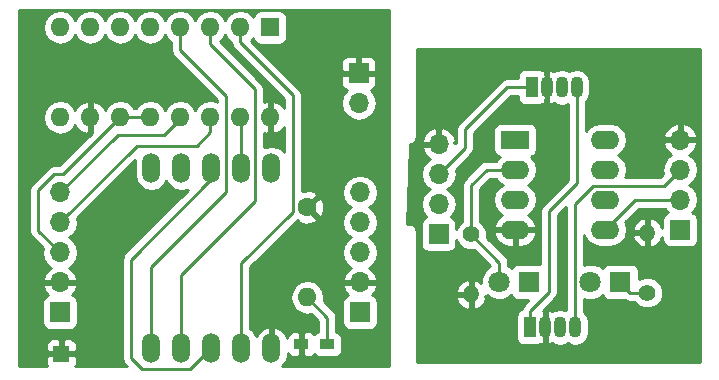
<source format=gbr>
G04 #@! TF.FileFunction,Copper,L1,Top,Signal*
%FSLAX46Y46*%
G04 Gerber Fmt 4.6, Leading zero omitted, Abs format (unit mm)*
G04 Created by KiCad (PCBNEW 4.0.7) date 12/08/18 06:10:40*
%MOMM*%
%LPD*%
G01*
G04 APERTURE LIST*
%ADD10C,0.100000*%
%ADD11R,1.700000X1.700000*%
%ADD12O,1.700000X1.700000*%
%ADD13R,1.600000X1.600000*%
%ADD14O,1.600000X1.600000*%
%ADD15O,1.524000X2.524000*%
%ADD16C,1.600000*%
%ADD17R,1.200000X0.900000*%
%ADD18R,1.350000X1.350000*%
%ADD19R,2.400000X1.600000*%
%ADD20O,2.400000X1.600000*%
%ADD21R,1.800000X1.800000*%
%ADD22C,1.800000*%
%ADD23C,1.400000*%
%ADD24O,1.400000X1.400000*%
%ADD25R,1.070000X1.800000*%
%ADD26O,1.070000X1.800000*%
%ADD27C,0.250000*%
%ADD28C,0.254000*%
G04 APERTURE END LIST*
D10*
D11*
X100584000Y-28498800D03*
D12*
X100584000Y-31038800D03*
D11*
X100685600Y-48768000D03*
D12*
X100685600Y-46228000D03*
X100685600Y-43688000D03*
X100685600Y-41148000D03*
X100685600Y-38608000D03*
D13*
X93065600Y-24638000D03*
D14*
X75285600Y-32258000D03*
X90525600Y-24638000D03*
X77825600Y-32258000D03*
X87985600Y-24638000D03*
X80365600Y-32258000D03*
X85445600Y-24638000D03*
X82905600Y-32258000D03*
X82905600Y-24638000D03*
X85445600Y-32258000D03*
X80365600Y-24638000D03*
X87985600Y-32258000D03*
X77825600Y-24638000D03*
X90525600Y-32258000D03*
X75285600Y-24638000D03*
X93065600Y-32258000D03*
D15*
X83007200Y-51816000D03*
X85547200Y-51816000D03*
X88087200Y-51816000D03*
X90627200Y-51816000D03*
X93167200Y-51816000D03*
X93167200Y-36576000D03*
X90627200Y-36576000D03*
X88087200Y-36576000D03*
X85547200Y-36576000D03*
X83007200Y-36576000D03*
D11*
X75285600Y-48768000D03*
D12*
X75285600Y-46228000D03*
X75285600Y-43688000D03*
X75285600Y-41148000D03*
X75285600Y-38608000D03*
D16*
X96215200Y-39878000D03*
D14*
X96215200Y-47498000D03*
D17*
X95724800Y-51460400D03*
X97924800Y-51460400D03*
D18*
X75387200Y-52273200D03*
D19*
X113817400Y-34137600D03*
D20*
X121437400Y-41757600D03*
X113817400Y-36677600D03*
X121437400Y-39217600D03*
X113817400Y-39217600D03*
X121437400Y-36677600D03*
X113817400Y-41757600D03*
X121437400Y-34137600D03*
D11*
X107340400Y-42138600D03*
D12*
X107340400Y-39598600D03*
X107340400Y-37058600D03*
X107340400Y-34518600D03*
D21*
X122732800Y-46177200D03*
D22*
X120192800Y-46177200D03*
D21*
X115011200Y-46177200D03*
D22*
X112471200Y-46177200D03*
D11*
X127787400Y-41757600D03*
D12*
X127787400Y-39217600D03*
X127787400Y-36677600D03*
X127787400Y-34137600D03*
D23*
X125018800Y-47091600D03*
D24*
X125018800Y-42011600D03*
D23*
X110083600Y-42164000D03*
D24*
X110083600Y-47244000D03*
D25*
X115214400Y-29692600D03*
D26*
X116484400Y-29692600D03*
X117754400Y-29692600D03*
X119024400Y-29692600D03*
D25*
X115087400Y-50012600D03*
D26*
X116357400Y-50012600D03*
X117627400Y-50012600D03*
X118897400Y-50012600D03*
D27*
X82905600Y-32258000D02*
X80365600Y-32258000D01*
X80365600Y-32258000D02*
X75539600Y-37084000D01*
X75539600Y-37084000D02*
X74777600Y-37084000D01*
X74777600Y-37084000D02*
X73456800Y-38404800D01*
X73456800Y-38404800D02*
X73456800Y-41859200D01*
X73456800Y-41859200D02*
X75285600Y-43688000D01*
X115214400Y-29692600D02*
X113157000Y-29692600D01*
X109575600Y-34823400D02*
X107340400Y-37058600D01*
X109575600Y-33274000D02*
X109575600Y-34823400D01*
X113157000Y-29692600D02*
X109575600Y-33274000D01*
X127787400Y-39217600D02*
X123977400Y-39217600D01*
X123977400Y-39217600D02*
X121437400Y-41757600D01*
X90525600Y-24638000D02*
X90525600Y-25908000D01*
X90627200Y-44602400D02*
X90627200Y-51816000D01*
X94996000Y-40233600D02*
X90627200Y-44602400D01*
X94996000Y-30378400D02*
X94996000Y-40233600D01*
X90525600Y-25908000D02*
X94996000Y-30378400D01*
X87985600Y-24638000D02*
X87985600Y-26060400D01*
X85547200Y-45567600D02*
X85547200Y-51816000D01*
X91795600Y-39319200D02*
X85547200Y-45567600D01*
X91795600Y-29870400D02*
X91795600Y-39319200D01*
X87985600Y-26060400D02*
X91795600Y-29870400D01*
X85445600Y-24638000D02*
X85445600Y-26568400D01*
X83007200Y-44958000D02*
X83007200Y-51816000D01*
X89357200Y-38608000D02*
X83007200Y-44958000D01*
X89357200Y-30480000D02*
X89357200Y-38608000D01*
X85445600Y-26568400D02*
X89357200Y-30480000D01*
X90627200Y-36576000D02*
X90627200Y-32359600D01*
X90627200Y-32359600D02*
X90525600Y-32258000D01*
X87985600Y-32258000D02*
X87985600Y-33528000D01*
X81788000Y-34645600D02*
X75285600Y-41148000D01*
X86868000Y-34645600D02*
X81788000Y-34645600D01*
X87985600Y-33528000D02*
X86868000Y-34645600D01*
X85445600Y-32258000D02*
X85445600Y-32410400D01*
X85445600Y-32410400D02*
X84124800Y-33731200D01*
X80162400Y-33731200D02*
X75285600Y-38608000D01*
X84124800Y-33731200D02*
X80162400Y-33731200D01*
X97924800Y-51460400D02*
X97924800Y-49207600D01*
X97924800Y-49207600D02*
X96215200Y-47498000D01*
X88087200Y-36576000D02*
X88087200Y-37490400D01*
X88087200Y-37490400D02*
X81280000Y-44297600D01*
X86309200Y-53594000D02*
X88087200Y-51816000D01*
X82245200Y-53594000D02*
X86309200Y-53594000D01*
X81280000Y-52628800D02*
X82245200Y-53594000D01*
X81280000Y-44297600D02*
X81280000Y-52628800D01*
X125018800Y-47091600D02*
X123545600Y-47091600D01*
X123545600Y-47091600D02*
X122631200Y-46177200D01*
X112471200Y-46177200D02*
X112471200Y-44551600D01*
X112471200Y-44551600D02*
X110083600Y-42164000D01*
X113817400Y-36677600D02*
X111404400Y-36677600D01*
X110083600Y-37998400D02*
X110083600Y-42164000D01*
X111404400Y-36677600D02*
X110083600Y-37998400D01*
X115087400Y-50012600D02*
X115087400Y-48641000D01*
X119024400Y-37846000D02*
X119024400Y-29692600D01*
X116687600Y-40182800D02*
X119024400Y-37846000D01*
X116687600Y-47040800D02*
X116687600Y-40182800D01*
X115087400Y-48641000D02*
X116687600Y-47040800D01*
X118897400Y-50012600D02*
X118897400Y-39547800D01*
X126415800Y-38049200D02*
X127787400Y-36677600D01*
X120396000Y-38049200D02*
X126415800Y-38049200D01*
X118897400Y-39547800D02*
X120396000Y-38049200D01*
D28*
G36*
X129490400Y-52985600D02*
X105510400Y-52985600D01*
X105510400Y-47577331D01*
X108790873Y-47577331D01*
X109016836Y-48046663D01*
X109405204Y-48393797D01*
X109750271Y-48536716D01*
X109956600Y-48413374D01*
X109956600Y-47371000D01*
X108913394Y-47371000D01*
X108790873Y-47577331D01*
X105510400Y-47577331D01*
X105510400Y-46910669D01*
X108790873Y-46910669D01*
X108913394Y-47117000D01*
X109956600Y-47117000D01*
X109956600Y-46074626D01*
X109750271Y-45951284D01*
X109405204Y-46094203D01*
X109016836Y-46441337D01*
X108790873Y-46910669D01*
X105510400Y-46910669D01*
X105510400Y-41960800D01*
X105456354Y-41689095D01*
X105302446Y-41458754D01*
X105072105Y-41304846D01*
X104800400Y-41250800D01*
X104677274Y-41250800D01*
X104802558Y-37058600D01*
X105826307Y-37058600D01*
X105939346Y-37626885D01*
X106261253Y-38108654D01*
X106590426Y-38328600D01*
X106261253Y-38548546D01*
X105939346Y-39030315D01*
X105826307Y-39598600D01*
X105939346Y-40166885D01*
X106261253Y-40648654D01*
X106302852Y-40676450D01*
X106255083Y-40685438D01*
X106038959Y-40824510D01*
X105893969Y-41036710D01*
X105842960Y-41288600D01*
X105842960Y-42988600D01*
X105887238Y-43223917D01*
X106026310Y-43440041D01*
X106238510Y-43585031D01*
X106490400Y-43636040D01*
X108190400Y-43636040D01*
X108425717Y-43591762D01*
X108641841Y-43452690D01*
X108786831Y-43240490D01*
X108837840Y-42988600D01*
X108837840Y-42644920D01*
X108951182Y-42919229D01*
X109326396Y-43295098D01*
X109816887Y-43498768D01*
X110344026Y-43499228D01*
X111685692Y-44840894D01*
X111602829Y-44875132D01*
X111170649Y-45306557D01*
X110936467Y-45870530D01*
X110936137Y-46249855D01*
X110761996Y-46094203D01*
X110416929Y-45951284D01*
X110210600Y-46074626D01*
X110210600Y-47117000D01*
X110230600Y-47117000D01*
X110230600Y-47371000D01*
X110210600Y-47371000D01*
X110210600Y-48413374D01*
X110416929Y-48536716D01*
X110761996Y-48393797D01*
X111150364Y-48046663D01*
X111376327Y-47577331D01*
X111253807Y-47371002D01*
X111418600Y-47371002D01*
X111418600Y-47295476D01*
X111600557Y-47477751D01*
X112164530Y-47711933D01*
X112775191Y-47712465D01*
X113339571Y-47479268D01*
X113507813Y-47311320D01*
X113508038Y-47312517D01*
X113647110Y-47528641D01*
X113859310Y-47673631D01*
X114111200Y-47724640D01*
X114928958Y-47724640D01*
X114549999Y-48103599D01*
X114385252Y-48350161D01*
X114354988Y-48502306D01*
X114317083Y-48509438D01*
X114100959Y-48648510D01*
X113955969Y-48860710D01*
X113904960Y-49112600D01*
X113904960Y-50912600D01*
X113949238Y-51147917D01*
X114088310Y-51364041D01*
X114300510Y-51509031D01*
X114552400Y-51560040D01*
X115622400Y-51560040D01*
X115857717Y-51515762D01*
X115949230Y-51456875D01*
X116050017Y-51506500D01*
X116230400Y-51380844D01*
X116230400Y-51107361D01*
X116269840Y-50912600D01*
X116269840Y-49112600D01*
X116230400Y-48902995D01*
X116230400Y-48644356D01*
X116188225Y-48614977D01*
X117225001Y-47578201D01*
X117389748Y-47331639D01*
X117447600Y-47040800D01*
X117447600Y-40497602D01*
X118137400Y-39807802D01*
X118137400Y-48578190D01*
X118075140Y-48536589D01*
X117627400Y-48447528D01*
X117179660Y-48536589D01*
X116976634Y-48672246D01*
X116664783Y-48518700D01*
X116484400Y-48644356D01*
X116484400Y-49481790D01*
X116457400Y-49617528D01*
X116457400Y-50407672D01*
X116484400Y-50543410D01*
X116484400Y-51380844D01*
X116664783Y-51506500D01*
X116976634Y-51352954D01*
X117179660Y-51488611D01*
X117627400Y-51577672D01*
X118075140Y-51488611D01*
X118262400Y-51363488D01*
X118449660Y-51488611D01*
X118897400Y-51577672D01*
X119345140Y-51488611D01*
X119724715Y-51234987D01*
X119978339Y-50855412D01*
X120067400Y-50407672D01*
X120067400Y-49617528D01*
X119978339Y-49169788D01*
X119724715Y-48790213D01*
X119657400Y-48745235D01*
X119657400Y-47616956D01*
X119886130Y-47711933D01*
X120496791Y-47712465D01*
X121061171Y-47479268D01*
X121229413Y-47311320D01*
X121229638Y-47312517D01*
X121368710Y-47528641D01*
X121580910Y-47673631D01*
X121832800Y-47724640D01*
X123151333Y-47724640D01*
X123254761Y-47793748D01*
X123545600Y-47851600D01*
X123891145Y-47851600D01*
X124261596Y-48222698D01*
X124752087Y-48426368D01*
X125283183Y-48426831D01*
X125774029Y-48224018D01*
X126149898Y-47848804D01*
X126353568Y-47358313D01*
X126354031Y-46827217D01*
X126151218Y-46336371D01*
X125776004Y-45960502D01*
X125285513Y-45756832D01*
X124754417Y-45756369D01*
X124280240Y-45952295D01*
X124280240Y-45277200D01*
X124235962Y-45041883D01*
X124096890Y-44825759D01*
X123884690Y-44680769D01*
X123632800Y-44629760D01*
X121832800Y-44629760D01*
X121597483Y-44674038D01*
X121381359Y-44813110D01*
X121236369Y-45025310D01*
X121232233Y-45045734D01*
X121063443Y-44876649D01*
X120499470Y-44642467D01*
X119888809Y-44641935D01*
X119657400Y-44737551D01*
X119657400Y-42214836D01*
X119675683Y-42306751D01*
X119986752Y-42772298D01*
X120452299Y-43083367D01*
X121001450Y-43192600D01*
X121873350Y-43192600D01*
X122422501Y-43083367D01*
X122888048Y-42772298D01*
X123173605Y-42344931D01*
X123726073Y-42344931D01*
X123952036Y-42814263D01*
X124340404Y-43161397D01*
X124685471Y-43304316D01*
X124891800Y-43180974D01*
X124891800Y-42138600D01*
X123848594Y-42138600D01*
X123726073Y-42344931D01*
X123173605Y-42344931D01*
X123199117Y-42306751D01*
X123308350Y-41757600D01*
X123292571Y-41678269D01*
X123726073Y-41678269D01*
X123848594Y-41884600D01*
X124891800Y-41884600D01*
X124891800Y-40842226D01*
X124685471Y-40718884D01*
X124340404Y-40861803D01*
X123952036Y-41208937D01*
X123726073Y-41678269D01*
X123292571Y-41678269D01*
X123199117Y-41208449D01*
X123143936Y-41125866D01*
X124292202Y-39977600D01*
X126514446Y-39977600D01*
X126708253Y-40267654D01*
X126749852Y-40295450D01*
X126702083Y-40304438D01*
X126485959Y-40443510D01*
X126340969Y-40655710D01*
X126289960Y-40907600D01*
X126289960Y-41633474D01*
X126085564Y-41208937D01*
X125697196Y-40861803D01*
X125352129Y-40718884D01*
X125145800Y-40842226D01*
X125145800Y-41884600D01*
X125165800Y-41884600D01*
X125165800Y-42138600D01*
X125145800Y-42138600D01*
X125145800Y-43180974D01*
X125352129Y-43304316D01*
X125697196Y-43161397D01*
X126085564Y-42814263D01*
X126289960Y-42389726D01*
X126289960Y-42607600D01*
X126334238Y-42842917D01*
X126473310Y-43059041D01*
X126685510Y-43204031D01*
X126937400Y-43255040D01*
X128637400Y-43255040D01*
X128872717Y-43210762D01*
X129088841Y-43071690D01*
X129233831Y-42859490D01*
X129284840Y-42607600D01*
X129284840Y-40907600D01*
X129240562Y-40672283D01*
X129101490Y-40456159D01*
X128889290Y-40311169D01*
X128821859Y-40297514D01*
X128866547Y-40267654D01*
X129188454Y-39785885D01*
X129301493Y-39217600D01*
X129188454Y-38649315D01*
X128866547Y-38167546D01*
X128537374Y-37947600D01*
X128866547Y-37727654D01*
X129188454Y-37245885D01*
X129301493Y-36677600D01*
X129188454Y-36109315D01*
X128866547Y-35627546D01*
X128525847Y-35399898D01*
X128668758Y-35332783D01*
X129059045Y-34904524D01*
X129228876Y-34494490D01*
X129107555Y-34264600D01*
X127914400Y-34264600D01*
X127914400Y-34284600D01*
X127660400Y-34284600D01*
X127660400Y-34264600D01*
X126467245Y-34264600D01*
X126345924Y-34494490D01*
X126515755Y-34904524D01*
X126906042Y-35332783D01*
X127048953Y-35399898D01*
X126708253Y-35627546D01*
X126386346Y-36109315D01*
X126273307Y-36677600D01*
X126346190Y-37044008D01*
X126100998Y-37289200D01*
X123157390Y-37289200D01*
X123199117Y-37226751D01*
X123308350Y-36677600D01*
X123199117Y-36128449D01*
X122888048Y-35662902D01*
X122505962Y-35407600D01*
X122888048Y-35152298D01*
X123199117Y-34686751D01*
X123308350Y-34137600D01*
X123237361Y-33780710D01*
X126345924Y-33780710D01*
X126467245Y-34010600D01*
X127660400Y-34010600D01*
X127660400Y-32816781D01*
X127914400Y-32816781D01*
X127914400Y-34010600D01*
X129107555Y-34010600D01*
X129228876Y-33780710D01*
X129059045Y-33370676D01*
X128668758Y-32942417D01*
X128144292Y-32696114D01*
X127914400Y-32816781D01*
X127660400Y-32816781D01*
X127430508Y-32696114D01*
X126906042Y-32942417D01*
X126515755Y-33370676D01*
X126345924Y-33780710D01*
X123237361Y-33780710D01*
X123199117Y-33588449D01*
X122888048Y-33122902D01*
X122422501Y-32811833D01*
X121873350Y-32702600D01*
X121001450Y-32702600D01*
X120452299Y-32811833D01*
X119986752Y-33122902D01*
X119784400Y-33425743D01*
X119784400Y-30959965D01*
X119851715Y-30914987D01*
X120105339Y-30535412D01*
X120194400Y-30087672D01*
X120194400Y-29297528D01*
X120105339Y-28849788D01*
X119851715Y-28470213D01*
X119472140Y-28216589D01*
X119024400Y-28127528D01*
X118576660Y-28216589D01*
X118389400Y-28341712D01*
X118202140Y-28216589D01*
X117754400Y-28127528D01*
X117306660Y-28216589D01*
X117103634Y-28352246D01*
X116791783Y-28198700D01*
X116611400Y-28324356D01*
X116611400Y-29161790D01*
X116584400Y-29297528D01*
X116584400Y-30087672D01*
X116611400Y-30223410D01*
X116611400Y-31060844D01*
X116791783Y-31186500D01*
X117103634Y-31032954D01*
X117306660Y-31168611D01*
X117754400Y-31257672D01*
X118202140Y-31168611D01*
X118264400Y-31127010D01*
X118264400Y-37531198D01*
X116150199Y-39645399D01*
X115985452Y-39891961D01*
X115927600Y-40182800D01*
X115927600Y-44633081D01*
X115911200Y-44629760D01*
X114111200Y-44629760D01*
X113875883Y-44674038D01*
X113659759Y-44813110D01*
X113514769Y-45025310D01*
X113510633Y-45045734D01*
X113341843Y-44876649D01*
X113231200Y-44830706D01*
X113231200Y-44551600D01*
X113173348Y-44260761D01*
X113173348Y-44260760D01*
X113008601Y-44014199D01*
X111418374Y-42423972D01*
X111418650Y-42106639D01*
X112025496Y-42106639D01*
X112043033Y-42189419D01*
X112312900Y-42682496D01*
X112750917Y-43034766D01*
X113290400Y-43192600D01*
X113690400Y-43192600D01*
X113690400Y-41884600D01*
X113944400Y-41884600D01*
X113944400Y-43192600D01*
X114344400Y-43192600D01*
X114883883Y-43034766D01*
X115321900Y-42682496D01*
X115591767Y-42189419D01*
X115609304Y-42106639D01*
X115487315Y-41884600D01*
X113944400Y-41884600D01*
X113690400Y-41884600D01*
X112147485Y-41884600D01*
X112025496Y-42106639D01*
X111418650Y-42106639D01*
X111418831Y-41899617D01*
X111216018Y-41408771D01*
X110843600Y-41035703D01*
X110843600Y-38313202D01*
X111719202Y-37437600D01*
X112196568Y-37437600D01*
X112366752Y-37692298D01*
X112748838Y-37947600D01*
X112366752Y-38202902D01*
X112055683Y-38668449D01*
X111946450Y-39217600D01*
X112055683Y-39766751D01*
X112366752Y-40232298D01*
X112745107Y-40485107D01*
X112312900Y-40832704D01*
X112043033Y-41325781D01*
X112025496Y-41408561D01*
X112147485Y-41630600D01*
X113690400Y-41630600D01*
X113690400Y-41610600D01*
X113944400Y-41610600D01*
X113944400Y-41630600D01*
X115487315Y-41630600D01*
X115609304Y-41408561D01*
X115591767Y-41325781D01*
X115321900Y-40832704D01*
X114889693Y-40485107D01*
X115268048Y-40232298D01*
X115579117Y-39766751D01*
X115688350Y-39217600D01*
X115579117Y-38668449D01*
X115268048Y-38202902D01*
X114885962Y-37947600D01*
X115268048Y-37692298D01*
X115579117Y-37226751D01*
X115688350Y-36677600D01*
X115579117Y-36128449D01*
X115268048Y-35662902D01*
X115122050Y-35565349D01*
X115252717Y-35540762D01*
X115468841Y-35401690D01*
X115613831Y-35189490D01*
X115664840Y-34937600D01*
X115664840Y-33337600D01*
X115620562Y-33102283D01*
X115481490Y-32886159D01*
X115269290Y-32741169D01*
X115017400Y-32690160D01*
X112617400Y-32690160D01*
X112382083Y-32734438D01*
X112165959Y-32873510D01*
X112020969Y-33085710D01*
X111969960Y-33337600D01*
X111969960Y-34937600D01*
X112014238Y-35172917D01*
X112153310Y-35389041D01*
X112365510Y-35534031D01*
X112514474Y-35564197D01*
X112366752Y-35662902D01*
X112196568Y-35917600D01*
X111404400Y-35917600D01*
X111113560Y-35975452D01*
X110866999Y-36140199D01*
X109546199Y-37460999D01*
X109381452Y-37707561D01*
X109323600Y-37998400D01*
X109323600Y-41036345D01*
X108952502Y-41406796D01*
X108837840Y-41682932D01*
X108837840Y-41288600D01*
X108793562Y-41053283D01*
X108654490Y-40837159D01*
X108442290Y-40692169D01*
X108374859Y-40678514D01*
X108419547Y-40648654D01*
X108741454Y-40166885D01*
X108854493Y-39598600D01*
X108741454Y-39030315D01*
X108419547Y-38548546D01*
X108090374Y-38328600D01*
X108419547Y-38108654D01*
X108741454Y-37626885D01*
X108854493Y-37058600D01*
X108781610Y-36692192D01*
X110113001Y-35360801D01*
X110277748Y-35114239D01*
X110335600Y-34823400D01*
X110335600Y-33588802D01*
X113471802Y-30452600D01*
X114031960Y-30452600D01*
X114031960Y-30592600D01*
X114076238Y-30827917D01*
X114215310Y-31044041D01*
X114427510Y-31189031D01*
X114679400Y-31240040D01*
X115749400Y-31240040D01*
X115984717Y-31195762D01*
X116076230Y-31136875D01*
X116177017Y-31186500D01*
X116357400Y-31060844D01*
X116357400Y-30787361D01*
X116396840Y-30592600D01*
X116396840Y-28792600D01*
X116357400Y-28582995D01*
X116357400Y-28324356D01*
X116177017Y-28198700D01*
X116077039Y-28247926D01*
X116001290Y-28196169D01*
X115749400Y-28145160D01*
X114679400Y-28145160D01*
X114444083Y-28189438D01*
X114227959Y-28328510D01*
X114082969Y-28540710D01*
X114031960Y-28792600D01*
X114031960Y-28932600D01*
X113157000Y-28932600D01*
X112914414Y-28980854D01*
X112866160Y-28990452D01*
X112619599Y-29155199D01*
X109038199Y-32736599D01*
X108873452Y-32983161D01*
X108815600Y-33274000D01*
X108815600Y-34391598D01*
X108660556Y-34391598D01*
X108781876Y-34161710D01*
X108612045Y-33751676D01*
X108221758Y-33323417D01*
X107697292Y-33077114D01*
X107467400Y-33197781D01*
X107467400Y-34391600D01*
X107487400Y-34391600D01*
X107487400Y-34645600D01*
X107467400Y-34645600D01*
X107467400Y-34665600D01*
X107213400Y-34665600D01*
X107213400Y-34645600D01*
X106020245Y-34645600D01*
X105898924Y-34875490D01*
X106068755Y-35285524D01*
X106459042Y-35713783D01*
X106601953Y-35780898D01*
X106261253Y-36008546D01*
X105939346Y-36490315D01*
X105826307Y-37058600D01*
X104802558Y-37058600D01*
X104878206Y-34527323D01*
X105072105Y-34488754D01*
X105302446Y-34334846D01*
X105418131Y-34161710D01*
X105898924Y-34161710D01*
X106020245Y-34391600D01*
X107213400Y-34391600D01*
X107213400Y-33197781D01*
X106983508Y-33077114D01*
X106459042Y-33323417D01*
X106068755Y-33751676D01*
X105898924Y-34161710D01*
X105418131Y-34161710D01*
X105456354Y-34104505D01*
X105510400Y-33832800D01*
X105510400Y-26465600D01*
X129490400Y-26465600D01*
X129490400Y-52985600D01*
X129490400Y-52985600D01*
G37*
X129490400Y-52985600D02*
X105510400Y-52985600D01*
X105510400Y-47577331D01*
X108790873Y-47577331D01*
X109016836Y-48046663D01*
X109405204Y-48393797D01*
X109750271Y-48536716D01*
X109956600Y-48413374D01*
X109956600Y-47371000D01*
X108913394Y-47371000D01*
X108790873Y-47577331D01*
X105510400Y-47577331D01*
X105510400Y-46910669D01*
X108790873Y-46910669D01*
X108913394Y-47117000D01*
X109956600Y-47117000D01*
X109956600Y-46074626D01*
X109750271Y-45951284D01*
X109405204Y-46094203D01*
X109016836Y-46441337D01*
X108790873Y-46910669D01*
X105510400Y-46910669D01*
X105510400Y-41960800D01*
X105456354Y-41689095D01*
X105302446Y-41458754D01*
X105072105Y-41304846D01*
X104800400Y-41250800D01*
X104677274Y-41250800D01*
X104802558Y-37058600D01*
X105826307Y-37058600D01*
X105939346Y-37626885D01*
X106261253Y-38108654D01*
X106590426Y-38328600D01*
X106261253Y-38548546D01*
X105939346Y-39030315D01*
X105826307Y-39598600D01*
X105939346Y-40166885D01*
X106261253Y-40648654D01*
X106302852Y-40676450D01*
X106255083Y-40685438D01*
X106038959Y-40824510D01*
X105893969Y-41036710D01*
X105842960Y-41288600D01*
X105842960Y-42988600D01*
X105887238Y-43223917D01*
X106026310Y-43440041D01*
X106238510Y-43585031D01*
X106490400Y-43636040D01*
X108190400Y-43636040D01*
X108425717Y-43591762D01*
X108641841Y-43452690D01*
X108786831Y-43240490D01*
X108837840Y-42988600D01*
X108837840Y-42644920D01*
X108951182Y-42919229D01*
X109326396Y-43295098D01*
X109816887Y-43498768D01*
X110344026Y-43499228D01*
X111685692Y-44840894D01*
X111602829Y-44875132D01*
X111170649Y-45306557D01*
X110936467Y-45870530D01*
X110936137Y-46249855D01*
X110761996Y-46094203D01*
X110416929Y-45951284D01*
X110210600Y-46074626D01*
X110210600Y-47117000D01*
X110230600Y-47117000D01*
X110230600Y-47371000D01*
X110210600Y-47371000D01*
X110210600Y-48413374D01*
X110416929Y-48536716D01*
X110761996Y-48393797D01*
X111150364Y-48046663D01*
X111376327Y-47577331D01*
X111253807Y-47371002D01*
X111418600Y-47371002D01*
X111418600Y-47295476D01*
X111600557Y-47477751D01*
X112164530Y-47711933D01*
X112775191Y-47712465D01*
X113339571Y-47479268D01*
X113507813Y-47311320D01*
X113508038Y-47312517D01*
X113647110Y-47528641D01*
X113859310Y-47673631D01*
X114111200Y-47724640D01*
X114928958Y-47724640D01*
X114549999Y-48103599D01*
X114385252Y-48350161D01*
X114354988Y-48502306D01*
X114317083Y-48509438D01*
X114100959Y-48648510D01*
X113955969Y-48860710D01*
X113904960Y-49112600D01*
X113904960Y-50912600D01*
X113949238Y-51147917D01*
X114088310Y-51364041D01*
X114300510Y-51509031D01*
X114552400Y-51560040D01*
X115622400Y-51560040D01*
X115857717Y-51515762D01*
X115949230Y-51456875D01*
X116050017Y-51506500D01*
X116230400Y-51380844D01*
X116230400Y-51107361D01*
X116269840Y-50912600D01*
X116269840Y-49112600D01*
X116230400Y-48902995D01*
X116230400Y-48644356D01*
X116188225Y-48614977D01*
X117225001Y-47578201D01*
X117389748Y-47331639D01*
X117447600Y-47040800D01*
X117447600Y-40497602D01*
X118137400Y-39807802D01*
X118137400Y-48578190D01*
X118075140Y-48536589D01*
X117627400Y-48447528D01*
X117179660Y-48536589D01*
X116976634Y-48672246D01*
X116664783Y-48518700D01*
X116484400Y-48644356D01*
X116484400Y-49481790D01*
X116457400Y-49617528D01*
X116457400Y-50407672D01*
X116484400Y-50543410D01*
X116484400Y-51380844D01*
X116664783Y-51506500D01*
X116976634Y-51352954D01*
X117179660Y-51488611D01*
X117627400Y-51577672D01*
X118075140Y-51488611D01*
X118262400Y-51363488D01*
X118449660Y-51488611D01*
X118897400Y-51577672D01*
X119345140Y-51488611D01*
X119724715Y-51234987D01*
X119978339Y-50855412D01*
X120067400Y-50407672D01*
X120067400Y-49617528D01*
X119978339Y-49169788D01*
X119724715Y-48790213D01*
X119657400Y-48745235D01*
X119657400Y-47616956D01*
X119886130Y-47711933D01*
X120496791Y-47712465D01*
X121061171Y-47479268D01*
X121229413Y-47311320D01*
X121229638Y-47312517D01*
X121368710Y-47528641D01*
X121580910Y-47673631D01*
X121832800Y-47724640D01*
X123151333Y-47724640D01*
X123254761Y-47793748D01*
X123545600Y-47851600D01*
X123891145Y-47851600D01*
X124261596Y-48222698D01*
X124752087Y-48426368D01*
X125283183Y-48426831D01*
X125774029Y-48224018D01*
X126149898Y-47848804D01*
X126353568Y-47358313D01*
X126354031Y-46827217D01*
X126151218Y-46336371D01*
X125776004Y-45960502D01*
X125285513Y-45756832D01*
X124754417Y-45756369D01*
X124280240Y-45952295D01*
X124280240Y-45277200D01*
X124235962Y-45041883D01*
X124096890Y-44825759D01*
X123884690Y-44680769D01*
X123632800Y-44629760D01*
X121832800Y-44629760D01*
X121597483Y-44674038D01*
X121381359Y-44813110D01*
X121236369Y-45025310D01*
X121232233Y-45045734D01*
X121063443Y-44876649D01*
X120499470Y-44642467D01*
X119888809Y-44641935D01*
X119657400Y-44737551D01*
X119657400Y-42214836D01*
X119675683Y-42306751D01*
X119986752Y-42772298D01*
X120452299Y-43083367D01*
X121001450Y-43192600D01*
X121873350Y-43192600D01*
X122422501Y-43083367D01*
X122888048Y-42772298D01*
X123173605Y-42344931D01*
X123726073Y-42344931D01*
X123952036Y-42814263D01*
X124340404Y-43161397D01*
X124685471Y-43304316D01*
X124891800Y-43180974D01*
X124891800Y-42138600D01*
X123848594Y-42138600D01*
X123726073Y-42344931D01*
X123173605Y-42344931D01*
X123199117Y-42306751D01*
X123308350Y-41757600D01*
X123292571Y-41678269D01*
X123726073Y-41678269D01*
X123848594Y-41884600D01*
X124891800Y-41884600D01*
X124891800Y-40842226D01*
X124685471Y-40718884D01*
X124340404Y-40861803D01*
X123952036Y-41208937D01*
X123726073Y-41678269D01*
X123292571Y-41678269D01*
X123199117Y-41208449D01*
X123143936Y-41125866D01*
X124292202Y-39977600D01*
X126514446Y-39977600D01*
X126708253Y-40267654D01*
X126749852Y-40295450D01*
X126702083Y-40304438D01*
X126485959Y-40443510D01*
X126340969Y-40655710D01*
X126289960Y-40907600D01*
X126289960Y-41633474D01*
X126085564Y-41208937D01*
X125697196Y-40861803D01*
X125352129Y-40718884D01*
X125145800Y-40842226D01*
X125145800Y-41884600D01*
X125165800Y-41884600D01*
X125165800Y-42138600D01*
X125145800Y-42138600D01*
X125145800Y-43180974D01*
X125352129Y-43304316D01*
X125697196Y-43161397D01*
X126085564Y-42814263D01*
X126289960Y-42389726D01*
X126289960Y-42607600D01*
X126334238Y-42842917D01*
X126473310Y-43059041D01*
X126685510Y-43204031D01*
X126937400Y-43255040D01*
X128637400Y-43255040D01*
X128872717Y-43210762D01*
X129088841Y-43071690D01*
X129233831Y-42859490D01*
X129284840Y-42607600D01*
X129284840Y-40907600D01*
X129240562Y-40672283D01*
X129101490Y-40456159D01*
X128889290Y-40311169D01*
X128821859Y-40297514D01*
X128866547Y-40267654D01*
X129188454Y-39785885D01*
X129301493Y-39217600D01*
X129188454Y-38649315D01*
X128866547Y-38167546D01*
X128537374Y-37947600D01*
X128866547Y-37727654D01*
X129188454Y-37245885D01*
X129301493Y-36677600D01*
X129188454Y-36109315D01*
X128866547Y-35627546D01*
X128525847Y-35399898D01*
X128668758Y-35332783D01*
X129059045Y-34904524D01*
X129228876Y-34494490D01*
X129107555Y-34264600D01*
X127914400Y-34264600D01*
X127914400Y-34284600D01*
X127660400Y-34284600D01*
X127660400Y-34264600D01*
X126467245Y-34264600D01*
X126345924Y-34494490D01*
X126515755Y-34904524D01*
X126906042Y-35332783D01*
X127048953Y-35399898D01*
X126708253Y-35627546D01*
X126386346Y-36109315D01*
X126273307Y-36677600D01*
X126346190Y-37044008D01*
X126100998Y-37289200D01*
X123157390Y-37289200D01*
X123199117Y-37226751D01*
X123308350Y-36677600D01*
X123199117Y-36128449D01*
X122888048Y-35662902D01*
X122505962Y-35407600D01*
X122888048Y-35152298D01*
X123199117Y-34686751D01*
X123308350Y-34137600D01*
X123237361Y-33780710D01*
X126345924Y-33780710D01*
X126467245Y-34010600D01*
X127660400Y-34010600D01*
X127660400Y-32816781D01*
X127914400Y-32816781D01*
X127914400Y-34010600D01*
X129107555Y-34010600D01*
X129228876Y-33780710D01*
X129059045Y-33370676D01*
X128668758Y-32942417D01*
X128144292Y-32696114D01*
X127914400Y-32816781D01*
X127660400Y-32816781D01*
X127430508Y-32696114D01*
X126906042Y-32942417D01*
X126515755Y-33370676D01*
X126345924Y-33780710D01*
X123237361Y-33780710D01*
X123199117Y-33588449D01*
X122888048Y-33122902D01*
X122422501Y-32811833D01*
X121873350Y-32702600D01*
X121001450Y-32702600D01*
X120452299Y-32811833D01*
X119986752Y-33122902D01*
X119784400Y-33425743D01*
X119784400Y-30959965D01*
X119851715Y-30914987D01*
X120105339Y-30535412D01*
X120194400Y-30087672D01*
X120194400Y-29297528D01*
X120105339Y-28849788D01*
X119851715Y-28470213D01*
X119472140Y-28216589D01*
X119024400Y-28127528D01*
X118576660Y-28216589D01*
X118389400Y-28341712D01*
X118202140Y-28216589D01*
X117754400Y-28127528D01*
X117306660Y-28216589D01*
X117103634Y-28352246D01*
X116791783Y-28198700D01*
X116611400Y-28324356D01*
X116611400Y-29161790D01*
X116584400Y-29297528D01*
X116584400Y-30087672D01*
X116611400Y-30223410D01*
X116611400Y-31060844D01*
X116791783Y-31186500D01*
X117103634Y-31032954D01*
X117306660Y-31168611D01*
X117754400Y-31257672D01*
X118202140Y-31168611D01*
X118264400Y-31127010D01*
X118264400Y-37531198D01*
X116150199Y-39645399D01*
X115985452Y-39891961D01*
X115927600Y-40182800D01*
X115927600Y-44633081D01*
X115911200Y-44629760D01*
X114111200Y-44629760D01*
X113875883Y-44674038D01*
X113659759Y-44813110D01*
X113514769Y-45025310D01*
X113510633Y-45045734D01*
X113341843Y-44876649D01*
X113231200Y-44830706D01*
X113231200Y-44551600D01*
X113173348Y-44260761D01*
X113173348Y-44260760D01*
X113008601Y-44014199D01*
X111418374Y-42423972D01*
X111418650Y-42106639D01*
X112025496Y-42106639D01*
X112043033Y-42189419D01*
X112312900Y-42682496D01*
X112750917Y-43034766D01*
X113290400Y-43192600D01*
X113690400Y-43192600D01*
X113690400Y-41884600D01*
X113944400Y-41884600D01*
X113944400Y-43192600D01*
X114344400Y-43192600D01*
X114883883Y-43034766D01*
X115321900Y-42682496D01*
X115591767Y-42189419D01*
X115609304Y-42106639D01*
X115487315Y-41884600D01*
X113944400Y-41884600D01*
X113690400Y-41884600D01*
X112147485Y-41884600D01*
X112025496Y-42106639D01*
X111418650Y-42106639D01*
X111418831Y-41899617D01*
X111216018Y-41408771D01*
X110843600Y-41035703D01*
X110843600Y-38313202D01*
X111719202Y-37437600D01*
X112196568Y-37437600D01*
X112366752Y-37692298D01*
X112748838Y-37947600D01*
X112366752Y-38202902D01*
X112055683Y-38668449D01*
X111946450Y-39217600D01*
X112055683Y-39766751D01*
X112366752Y-40232298D01*
X112745107Y-40485107D01*
X112312900Y-40832704D01*
X112043033Y-41325781D01*
X112025496Y-41408561D01*
X112147485Y-41630600D01*
X113690400Y-41630600D01*
X113690400Y-41610600D01*
X113944400Y-41610600D01*
X113944400Y-41630600D01*
X115487315Y-41630600D01*
X115609304Y-41408561D01*
X115591767Y-41325781D01*
X115321900Y-40832704D01*
X114889693Y-40485107D01*
X115268048Y-40232298D01*
X115579117Y-39766751D01*
X115688350Y-39217600D01*
X115579117Y-38668449D01*
X115268048Y-38202902D01*
X114885962Y-37947600D01*
X115268048Y-37692298D01*
X115579117Y-37226751D01*
X115688350Y-36677600D01*
X115579117Y-36128449D01*
X115268048Y-35662902D01*
X115122050Y-35565349D01*
X115252717Y-35540762D01*
X115468841Y-35401690D01*
X115613831Y-35189490D01*
X115664840Y-34937600D01*
X115664840Y-33337600D01*
X115620562Y-33102283D01*
X115481490Y-32886159D01*
X115269290Y-32741169D01*
X115017400Y-32690160D01*
X112617400Y-32690160D01*
X112382083Y-32734438D01*
X112165959Y-32873510D01*
X112020969Y-33085710D01*
X111969960Y-33337600D01*
X111969960Y-34937600D01*
X112014238Y-35172917D01*
X112153310Y-35389041D01*
X112365510Y-35534031D01*
X112514474Y-35564197D01*
X112366752Y-35662902D01*
X112196568Y-35917600D01*
X111404400Y-35917600D01*
X111113560Y-35975452D01*
X110866999Y-36140199D01*
X109546199Y-37460999D01*
X109381452Y-37707561D01*
X109323600Y-37998400D01*
X109323600Y-41036345D01*
X108952502Y-41406796D01*
X108837840Y-41682932D01*
X108837840Y-41288600D01*
X108793562Y-41053283D01*
X108654490Y-40837159D01*
X108442290Y-40692169D01*
X108374859Y-40678514D01*
X108419547Y-40648654D01*
X108741454Y-40166885D01*
X108854493Y-39598600D01*
X108741454Y-39030315D01*
X108419547Y-38548546D01*
X108090374Y-38328600D01*
X108419547Y-38108654D01*
X108741454Y-37626885D01*
X108854493Y-37058600D01*
X108781610Y-36692192D01*
X110113001Y-35360801D01*
X110277748Y-35114239D01*
X110335600Y-34823400D01*
X110335600Y-33588802D01*
X113471802Y-30452600D01*
X114031960Y-30452600D01*
X114031960Y-30592600D01*
X114076238Y-30827917D01*
X114215310Y-31044041D01*
X114427510Y-31189031D01*
X114679400Y-31240040D01*
X115749400Y-31240040D01*
X115984717Y-31195762D01*
X116076230Y-31136875D01*
X116177017Y-31186500D01*
X116357400Y-31060844D01*
X116357400Y-30787361D01*
X116396840Y-30592600D01*
X116396840Y-28792600D01*
X116357400Y-28582995D01*
X116357400Y-28324356D01*
X116177017Y-28198700D01*
X116077039Y-28247926D01*
X116001290Y-28196169D01*
X115749400Y-28145160D01*
X114679400Y-28145160D01*
X114444083Y-28189438D01*
X114227959Y-28328510D01*
X114082969Y-28540710D01*
X114031960Y-28792600D01*
X114031960Y-28932600D01*
X113157000Y-28932600D01*
X112914414Y-28980854D01*
X112866160Y-28990452D01*
X112619599Y-29155199D01*
X109038199Y-32736599D01*
X108873452Y-32983161D01*
X108815600Y-33274000D01*
X108815600Y-34391598D01*
X108660556Y-34391598D01*
X108781876Y-34161710D01*
X108612045Y-33751676D01*
X108221758Y-33323417D01*
X107697292Y-33077114D01*
X107467400Y-33197781D01*
X107467400Y-34391600D01*
X107487400Y-34391600D01*
X107487400Y-34645600D01*
X107467400Y-34645600D01*
X107467400Y-34665600D01*
X107213400Y-34665600D01*
X107213400Y-34645600D01*
X106020245Y-34645600D01*
X105898924Y-34875490D01*
X106068755Y-35285524D01*
X106459042Y-35713783D01*
X106601953Y-35780898D01*
X106261253Y-36008546D01*
X105939346Y-36490315D01*
X105826307Y-37058600D01*
X104802558Y-37058600D01*
X104878206Y-34527323D01*
X105072105Y-34488754D01*
X105302446Y-34334846D01*
X105418131Y-34161710D01*
X105898924Y-34161710D01*
X106020245Y-34391600D01*
X107213400Y-34391600D01*
X107213400Y-33197781D01*
X106983508Y-33077114D01*
X106459042Y-33323417D01*
X106068755Y-33751676D01*
X105898924Y-34161710D01*
X105418131Y-34161710D01*
X105456354Y-34104505D01*
X105510400Y-33832800D01*
X105510400Y-26465600D01*
X129490400Y-26465600D01*
X129490400Y-52985600D01*
G36*
X103176000Y-53341200D02*
X94107599Y-53341200D01*
X94409259Y-52967941D01*
X94564200Y-52443000D01*
X94564200Y-52216327D01*
X94586473Y-52270099D01*
X94765102Y-52448727D01*
X94998491Y-52545400D01*
X95439050Y-52545400D01*
X95597800Y-52386650D01*
X95597800Y-51587400D01*
X95577800Y-51587400D01*
X95577800Y-51333400D01*
X95597800Y-51333400D01*
X95597800Y-50534150D01*
X95439050Y-50375400D01*
X94998491Y-50375400D01*
X94765102Y-50472073D01*
X94586473Y-50650701D01*
X94489800Y-50884090D01*
X94489800Y-50936932D01*
X94409259Y-50664059D01*
X94065226Y-50238370D01*
X93584477Y-49976740D01*
X93510270Y-49961780D01*
X93294200Y-50084280D01*
X93294200Y-51689000D01*
X93314200Y-51689000D01*
X93314200Y-51943000D01*
X93294200Y-51943000D01*
X93294200Y-51963000D01*
X93040200Y-51963000D01*
X93040200Y-51943000D01*
X93020200Y-51943000D01*
X93020200Y-51689000D01*
X93040200Y-51689000D01*
X93040200Y-50084280D01*
X92824130Y-49961780D01*
X92749923Y-49976740D01*
X92269174Y-50238370D01*
X91925141Y-50664059D01*
X91906498Y-50727222D01*
X91615028Y-50291008D01*
X91387200Y-50138778D01*
X91387200Y-47469887D01*
X94780200Y-47469887D01*
X94780200Y-47526113D01*
X94889433Y-48075264D01*
X95200502Y-48540811D01*
X95666049Y-48851880D01*
X96215200Y-48961113D01*
X96539086Y-48896688D01*
X97164800Y-49522403D01*
X97164800Y-50393066D01*
X97089483Y-50407238D01*
X96873359Y-50546310D01*
X96826831Y-50614406D01*
X96684498Y-50472073D01*
X96451109Y-50375400D01*
X96010550Y-50375400D01*
X95851800Y-50534150D01*
X95851800Y-51333400D01*
X95871800Y-51333400D01*
X95871800Y-51587400D01*
X95851800Y-51587400D01*
X95851800Y-52386650D01*
X96010550Y-52545400D01*
X96451109Y-52545400D01*
X96684498Y-52448727D01*
X96825736Y-52307490D01*
X96860710Y-52361841D01*
X97072910Y-52506831D01*
X97324800Y-52557840D01*
X98524800Y-52557840D01*
X98760117Y-52513562D01*
X98976241Y-52374490D01*
X99121231Y-52162290D01*
X99172240Y-51910400D01*
X99172240Y-51010400D01*
X99127962Y-50775083D01*
X98988890Y-50558959D01*
X98776690Y-50413969D01*
X98684800Y-50395361D01*
X98684800Y-49207600D01*
X98626948Y-48916761D01*
X98583596Y-48851880D01*
X98462202Y-48670199D01*
X97710003Y-47918000D01*
X99188160Y-47918000D01*
X99188160Y-49618000D01*
X99232438Y-49853317D01*
X99371510Y-50069441D01*
X99583710Y-50214431D01*
X99835600Y-50265440D01*
X101535600Y-50265440D01*
X101770917Y-50221162D01*
X101987041Y-50082090D01*
X102132031Y-49869890D01*
X102183040Y-49618000D01*
X102183040Y-47918000D01*
X102138762Y-47682683D01*
X101999690Y-47466559D01*
X101787490Y-47321569D01*
X101679493Y-47299699D01*
X101957245Y-46994924D01*
X102127076Y-46584890D01*
X102005755Y-46355000D01*
X100812600Y-46355000D01*
X100812600Y-46375000D01*
X100558600Y-46375000D01*
X100558600Y-46355000D01*
X99365445Y-46355000D01*
X99244124Y-46584890D01*
X99413955Y-46994924D01*
X99690101Y-47297937D01*
X99600283Y-47314838D01*
X99384159Y-47453910D01*
X99239169Y-47666110D01*
X99188160Y-47918000D01*
X97710003Y-47918000D01*
X97595104Y-47803101D01*
X97650200Y-47526113D01*
X97650200Y-47469887D01*
X97540967Y-46920736D01*
X97229898Y-46455189D01*
X96764351Y-46144120D01*
X96215200Y-46034887D01*
X95666049Y-46144120D01*
X95200502Y-46455189D01*
X94889433Y-46920736D01*
X94780200Y-47469887D01*
X91387200Y-47469887D01*
X91387200Y-44917202D01*
X95394375Y-40910027D01*
X95461195Y-41131864D01*
X95998423Y-41324965D01*
X96568654Y-41297778D01*
X96969205Y-41131864D01*
X97043339Y-40885745D01*
X96215200Y-40057605D01*
X96201058Y-40071748D01*
X96021453Y-39892143D01*
X96035595Y-39878000D01*
X96394805Y-39878000D01*
X97222945Y-40706139D01*
X97469064Y-40632005D01*
X97662165Y-40094777D01*
X97634978Y-39524546D01*
X97469064Y-39123995D01*
X97222945Y-39049861D01*
X96394805Y-39878000D01*
X96035595Y-39878000D01*
X96021453Y-39863858D01*
X96201058Y-39684252D01*
X96215200Y-39698395D01*
X97043339Y-38870255D01*
X96969205Y-38624136D01*
X96924313Y-38608000D01*
X99171507Y-38608000D01*
X99284546Y-39176285D01*
X99606453Y-39658054D01*
X99935626Y-39878000D01*
X99606453Y-40097946D01*
X99284546Y-40579715D01*
X99171507Y-41148000D01*
X99284546Y-41716285D01*
X99606453Y-42198054D01*
X99935626Y-42418000D01*
X99606453Y-42637946D01*
X99284546Y-43119715D01*
X99171507Y-43688000D01*
X99284546Y-44256285D01*
X99606453Y-44738054D01*
X99947153Y-44965702D01*
X99804242Y-45032817D01*
X99413955Y-45461076D01*
X99244124Y-45871110D01*
X99365445Y-46101000D01*
X100558600Y-46101000D01*
X100558600Y-46081000D01*
X100812600Y-46081000D01*
X100812600Y-46101000D01*
X102005755Y-46101000D01*
X102127076Y-45871110D01*
X101957245Y-45461076D01*
X101566958Y-45032817D01*
X101424047Y-44965702D01*
X101764747Y-44738054D01*
X102086654Y-44256285D01*
X102199693Y-43688000D01*
X102086654Y-43119715D01*
X101764747Y-42637946D01*
X101435574Y-42418000D01*
X101764747Y-42198054D01*
X102086654Y-41716285D01*
X102199693Y-41148000D01*
X102086654Y-40579715D01*
X101764747Y-40097946D01*
X101435574Y-39878000D01*
X101764747Y-39658054D01*
X102086654Y-39176285D01*
X102199693Y-38608000D01*
X102086654Y-38039715D01*
X101764747Y-37557946D01*
X101282978Y-37236039D01*
X100714693Y-37123000D01*
X100656507Y-37123000D01*
X100088222Y-37236039D01*
X99606453Y-37557946D01*
X99284546Y-38039715D01*
X99171507Y-38608000D01*
X96924313Y-38608000D01*
X96431977Y-38431035D01*
X95861746Y-38458222D01*
X95756000Y-38502024D01*
X95756000Y-31038800D01*
X99069907Y-31038800D01*
X99182946Y-31607085D01*
X99504853Y-32088854D01*
X99986622Y-32410761D01*
X100554907Y-32523800D01*
X100613093Y-32523800D01*
X101181378Y-32410761D01*
X101663147Y-32088854D01*
X101985054Y-31607085D01*
X102098093Y-31038800D01*
X101985054Y-30470515D01*
X101663147Y-29988746D01*
X101619223Y-29959397D01*
X101793698Y-29887127D01*
X101972327Y-29708499D01*
X102069000Y-29475110D01*
X102069000Y-28784550D01*
X101910250Y-28625800D01*
X100711000Y-28625800D01*
X100711000Y-28645800D01*
X100457000Y-28645800D01*
X100457000Y-28625800D01*
X99257750Y-28625800D01*
X99099000Y-28784550D01*
X99099000Y-29475110D01*
X99195673Y-29708499D01*
X99374302Y-29887127D01*
X99548777Y-29959397D01*
X99504853Y-29988746D01*
X99182946Y-30470515D01*
X99069907Y-31038800D01*
X95756000Y-31038800D01*
X95756000Y-30378400D01*
X95698148Y-30087561D01*
X95698148Y-30087560D01*
X95533401Y-29840999D01*
X93214892Y-27522490D01*
X99099000Y-27522490D01*
X99099000Y-28213050D01*
X99257750Y-28371800D01*
X100457000Y-28371800D01*
X100457000Y-27172550D01*
X100711000Y-27172550D01*
X100711000Y-28371800D01*
X101910250Y-28371800D01*
X102069000Y-28213050D01*
X102069000Y-27522490D01*
X101972327Y-27289101D01*
X101793698Y-27110473D01*
X101560309Y-27013800D01*
X100869750Y-27013800D01*
X100711000Y-27172550D01*
X100457000Y-27172550D01*
X100298250Y-27013800D01*
X99607691Y-27013800D01*
X99374302Y-27110473D01*
X99195673Y-27289101D01*
X99099000Y-27522490D01*
X93214892Y-27522490D01*
X91440138Y-25747736D01*
X91540298Y-25680811D01*
X91636701Y-25536535D01*
X91662438Y-25673317D01*
X91801510Y-25889441D01*
X92013710Y-26034431D01*
X92265600Y-26085440D01*
X93865600Y-26085440D01*
X94100917Y-26041162D01*
X94317041Y-25902090D01*
X94462031Y-25689890D01*
X94513040Y-25438000D01*
X94513040Y-23838000D01*
X94468762Y-23602683D01*
X94329690Y-23386559D01*
X94117490Y-23241569D01*
X93865600Y-23190560D01*
X92265600Y-23190560D01*
X92030283Y-23234838D01*
X91814159Y-23373910D01*
X91669169Y-23586110D01*
X91637785Y-23741089D01*
X91540298Y-23595189D01*
X91074751Y-23284120D01*
X90525600Y-23174887D01*
X89976449Y-23284120D01*
X89510902Y-23595189D01*
X89255600Y-23977275D01*
X89000298Y-23595189D01*
X88534751Y-23284120D01*
X87985600Y-23174887D01*
X87436449Y-23284120D01*
X86970902Y-23595189D01*
X86715600Y-23977275D01*
X86460298Y-23595189D01*
X85994751Y-23284120D01*
X85445600Y-23174887D01*
X84896449Y-23284120D01*
X84430902Y-23595189D01*
X84175600Y-23977275D01*
X83920298Y-23595189D01*
X83454751Y-23284120D01*
X82905600Y-23174887D01*
X82356449Y-23284120D01*
X81890902Y-23595189D01*
X81635600Y-23977275D01*
X81380298Y-23595189D01*
X80914751Y-23284120D01*
X80365600Y-23174887D01*
X79816449Y-23284120D01*
X79350902Y-23595189D01*
X79095600Y-23977275D01*
X78840298Y-23595189D01*
X78374751Y-23284120D01*
X77825600Y-23174887D01*
X77276449Y-23284120D01*
X76810902Y-23595189D01*
X76555600Y-23977275D01*
X76300298Y-23595189D01*
X75834751Y-23284120D01*
X75285600Y-23174887D01*
X74736449Y-23284120D01*
X74270902Y-23595189D01*
X73959833Y-24060736D01*
X73850600Y-24609887D01*
X73850600Y-24666113D01*
X73959833Y-25215264D01*
X74270902Y-25680811D01*
X74736449Y-25991880D01*
X75285600Y-26101113D01*
X75834751Y-25991880D01*
X76300298Y-25680811D01*
X76555600Y-25298725D01*
X76810902Y-25680811D01*
X77276449Y-25991880D01*
X77825600Y-26101113D01*
X78374751Y-25991880D01*
X78840298Y-25680811D01*
X79095600Y-25298725D01*
X79350902Y-25680811D01*
X79816449Y-25991880D01*
X80365600Y-26101113D01*
X80914751Y-25991880D01*
X81380298Y-25680811D01*
X81635600Y-25298725D01*
X81890902Y-25680811D01*
X82356449Y-25991880D01*
X82905600Y-26101113D01*
X83454751Y-25991880D01*
X83920298Y-25680811D01*
X84175600Y-25298725D01*
X84430902Y-25680811D01*
X84685600Y-25850995D01*
X84685600Y-26568400D01*
X84743452Y-26859239D01*
X84908199Y-27105801D01*
X88597200Y-30794802D01*
X88597200Y-30945847D01*
X88534751Y-30904120D01*
X87985600Y-30794887D01*
X87436449Y-30904120D01*
X86970902Y-31215189D01*
X86715600Y-31597275D01*
X86460298Y-31215189D01*
X85994751Y-30904120D01*
X85445600Y-30794887D01*
X84896449Y-30904120D01*
X84430902Y-31215189D01*
X84175600Y-31597275D01*
X83920298Y-31215189D01*
X83454751Y-30904120D01*
X82905600Y-30794887D01*
X82356449Y-30904120D01*
X81890902Y-31215189D01*
X81701933Y-31498000D01*
X81569267Y-31498000D01*
X81380298Y-31215189D01*
X80914751Y-30904120D01*
X80365600Y-30794887D01*
X79816449Y-30904120D01*
X79350902Y-31215189D01*
X79080614Y-31619703D01*
X78977989Y-31402866D01*
X78563023Y-31026959D01*
X78174639Y-30866096D01*
X77952600Y-30988085D01*
X77952600Y-32131000D01*
X77972600Y-32131000D01*
X77972600Y-32385000D01*
X77952600Y-32385000D01*
X77952600Y-33527915D01*
X77996671Y-33552127D01*
X75224798Y-36324000D01*
X74777600Y-36324000D01*
X74486760Y-36381852D01*
X74240199Y-36546599D01*
X72919399Y-37867399D01*
X72754652Y-38113961D01*
X72696800Y-38404800D01*
X72696800Y-41859200D01*
X72754652Y-42150039D01*
X72919399Y-42396601D01*
X73844390Y-43321592D01*
X73771507Y-43688000D01*
X73884546Y-44256285D01*
X74206453Y-44738054D01*
X74547153Y-44965702D01*
X74404242Y-45032817D01*
X74013955Y-45461076D01*
X73844124Y-45871110D01*
X73965445Y-46101000D01*
X75158600Y-46101000D01*
X75158600Y-46081000D01*
X75412600Y-46081000D01*
X75412600Y-46101000D01*
X76605755Y-46101000D01*
X76727076Y-45871110D01*
X76557245Y-45461076D01*
X76166958Y-45032817D01*
X76024047Y-44965702D01*
X76364747Y-44738054D01*
X76686654Y-44256285D01*
X76799693Y-43688000D01*
X76686654Y-43119715D01*
X76364747Y-42637946D01*
X76035574Y-42418000D01*
X76364747Y-42198054D01*
X76686654Y-41716285D01*
X76799693Y-41148000D01*
X76726810Y-40781592D01*
X81645120Y-35863282D01*
X81610200Y-36038836D01*
X81610200Y-37113164D01*
X81716540Y-37647773D01*
X82019372Y-38100992D01*
X82472591Y-38403824D01*
X83007200Y-38510164D01*
X83541809Y-38403824D01*
X83995028Y-38100992D01*
X84277200Y-37678693D01*
X84559372Y-38100992D01*
X85012591Y-38403824D01*
X85547200Y-38510164D01*
X86081809Y-38403824D01*
X86133539Y-38369259D01*
X80742599Y-43760199D01*
X80577852Y-44006761D01*
X80520000Y-44297600D01*
X80520000Y-52628800D01*
X80577852Y-52919639D01*
X80742599Y-53166201D01*
X80917598Y-53341200D01*
X76567226Y-53341200D01*
X76600527Y-53307899D01*
X76697200Y-53074510D01*
X76697200Y-52558950D01*
X76538450Y-52400200D01*
X75514200Y-52400200D01*
X75514200Y-52420200D01*
X75260200Y-52420200D01*
X75260200Y-52400200D01*
X74235950Y-52400200D01*
X74077200Y-52558950D01*
X74077200Y-53074510D01*
X74173873Y-53307899D01*
X74207174Y-53341200D01*
X71779200Y-53341200D01*
X71779200Y-51471890D01*
X74077200Y-51471890D01*
X74077200Y-51987450D01*
X74235950Y-52146200D01*
X75260200Y-52146200D01*
X75260200Y-51121950D01*
X75514200Y-51121950D01*
X75514200Y-52146200D01*
X76538450Y-52146200D01*
X76697200Y-51987450D01*
X76697200Y-51471890D01*
X76600527Y-51238501D01*
X76421898Y-51059873D01*
X76188509Y-50963200D01*
X75672950Y-50963200D01*
X75514200Y-51121950D01*
X75260200Y-51121950D01*
X75101450Y-50963200D01*
X74585891Y-50963200D01*
X74352502Y-51059873D01*
X74173873Y-51238501D01*
X74077200Y-51471890D01*
X71779200Y-51471890D01*
X71779200Y-47918000D01*
X73788160Y-47918000D01*
X73788160Y-49618000D01*
X73832438Y-49853317D01*
X73971510Y-50069441D01*
X74183710Y-50214431D01*
X74435600Y-50265440D01*
X76135600Y-50265440D01*
X76370917Y-50221162D01*
X76587041Y-50082090D01*
X76732031Y-49869890D01*
X76783040Y-49618000D01*
X76783040Y-47918000D01*
X76738762Y-47682683D01*
X76599690Y-47466559D01*
X76387490Y-47321569D01*
X76279493Y-47299699D01*
X76557245Y-46994924D01*
X76727076Y-46584890D01*
X76605755Y-46355000D01*
X75412600Y-46355000D01*
X75412600Y-46375000D01*
X75158600Y-46375000D01*
X75158600Y-46355000D01*
X73965445Y-46355000D01*
X73844124Y-46584890D01*
X74013955Y-46994924D01*
X74290101Y-47297937D01*
X74200283Y-47314838D01*
X73984159Y-47453910D01*
X73839169Y-47666110D01*
X73788160Y-47918000D01*
X71779200Y-47918000D01*
X71779200Y-32229887D01*
X73850600Y-32229887D01*
X73850600Y-32286113D01*
X73959833Y-32835264D01*
X74270902Y-33300811D01*
X74736449Y-33611880D01*
X75285600Y-33721113D01*
X75834751Y-33611880D01*
X76300298Y-33300811D01*
X76570586Y-32896297D01*
X76673211Y-33113134D01*
X77088177Y-33489041D01*
X77476561Y-33649904D01*
X77698600Y-33527915D01*
X77698600Y-32385000D01*
X77678600Y-32385000D01*
X77678600Y-32131000D01*
X77698600Y-32131000D01*
X77698600Y-30988085D01*
X77476561Y-30866096D01*
X77088177Y-31026959D01*
X76673211Y-31402866D01*
X76570586Y-31619703D01*
X76300298Y-31215189D01*
X75834751Y-30904120D01*
X75285600Y-30794887D01*
X74736449Y-30904120D01*
X74270902Y-31215189D01*
X73959833Y-31680736D01*
X73850600Y-32229887D01*
X71779200Y-32229887D01*
X71779200Y-23163600D01*
X103176000Y-23163600D01*
X103176000Y-53341200D01*
X103176000Y-53341200D01*
G37*
X103176000Y-53341200D02*
X94107599Y-53341200D01*
X94409259Y-52967941D01*
X94564200Y-52443000D01*
X94564200Y-52216327D01*
X94586473Y-52270099D01*
X94765102Y-52448727D01*
X94998491Y-52545400D01*
X95439050Y-52545400D01*
X95597800Y-52386650D01*
X95597800Y-51587400D01*
X95577800Y-51587400D01*
X95577800Y-51333400D01*
X95597800Y-51333400D01*
X95597800Y-50534150D01*
X95439050Y-50375400D01*
X94998491Y-50375400D01*
X94765102Y-50472073D01*
X94586473Y-50650701D01*
X94489800Y-50884090D01*
X94489800Y-50936932D01*
X94409259Y-50664059D01*
X94065226Y-50238370D01*
X93584477Y-49976740D01*
X93510270Y-49961780D01*
X93294200Y-50084280D01*
X93294200Y-51689000D01*
X93314200Y-51689000D01*
X93314200Y-51943000D01*
X93294200Y-51943000D01*
X93294200Y-51963000D01*
X93040200Y-51963000D01*
X93040200Y-51943000D01*
X93020200Y-51943000D01*
X93020200Y-51689000D01*
X93040200Y-51689000D01*
X93040200Y-50084280D01*
X92824130Y-49961780D01*
X92749923Y-49976740D01*
X92269174Y-50238370D01*
X91925141Y-50664059D01*
X91906498Y-50727222D01*
X91615028Y-50291008D01*
X91387200Y-50138778D01*
X91387200Y-47469887D01*
X94780200Y-47469887D01*
X94780200Y-47526113D01*
X94889433Y-48075264D01*
X95200502Y-48540811D01*
X95666049Y-48851880D01*
X96215200Y-48961113D01*
X96539086Y-48896688D01*
X97164800Y-49522403D01*
X97164800Y-50393066D01*
X97089483Y-50407238D01*
X96873359Y-50546310D01*
X96826831Y-50614406D01*
X96684498Y-50472073D01*
X96451109Y-50375400D01*
X96010550Y-50375400D01*
X95851800Y-50534150D01*
X95851800Y-51333400D01*
X95871800Y-51333400D01*
X95871800Y-51587400D01*
X95851800Y-51587400D01*
X95851800Y-52386650D01*
X96010550Y-52545400D01*
X96451109Y-52545400D01*
X96684498Y-52448727D01*
X96825736Y-52307490D01*
X96860710Y-52361841D01*
X97072910Y-52506831D01*
X97324800Y-52557840D01*
X98524800Y-52557840D01*
X98760117Y-52513562D01*
X98976241Y-52374490D01*
X99121231Y-52162290D01*
X99172240Y-51910400D01*
X99172240Y-51010400D01*
X99127962Y-50775083D01*
X98988890Y-50558959D01*
X98776690Y-50413969D01*
X98684800Y-50395361D01*
X98684800Y-49207600D01*
X98626948Y-48916761D01*
X98583596Y-48851880D01*
X98462202Y-48670199D01*
X97710003Y-47918000D01*
X99188160Y-47918000D01*
X99188160Y-49618000D01*
X99232438Y-49853317D01*
X99371510Y-50069441D01*
X99583710Y-50214431D01*
X99835600Y-50265440D01*
X101535600Y-50265440D01*
X101770917Y-50221162D01*
X101987041Y-50082090D01*
X102132031Y-49869890D01*
X102183040Y-49618000D01*
X102183040Y-47918000D01*
X102138762Y-47682683D01*
X101999690Y-47466559D01*
X101787490Y-47321569D01*
X101679493Y-47299699D01*
X101957245Y-46994924D01*
X102127076Y-46584890D01*
X102005755Y-46355000D01*
X100812600Y-46355000D01*
X100812600Y-46375000D01*
X100558600Y-46375000D01*
X100558600Y-46355000D01*
X99365445Y-46355000D01*
X99244124Y-46584890D01*
X99413955Y-46994924D01*
X99690101Y-47297937D01*
X99600283Y-47314838D01*
X99384159Y-47453910D01*
X99239169Y-47666110D01*
X99188160Y-47918000D01*
X97710003Y-47918000D01*
X97595104Y-47803101D01*
X97650200Y-47526113D01*
X97650200Y-47469887D01*
X97540967Y-46920736D01*
X97229898Y-46455189D01*
X96764351Y-46144120D01*
X96215200Y-46034887D01*
X95666049Y-46144120D01*
X95200502Y-46455189D01*
X94889433Y-46920736D01*
X94780200Y-47469887D01*
X91387200Y-47469887D01*
X91387200Y-44917202D01*
X95394375Y-40910027D01*
X95461195Y-41131864D01*
X95998423Y-41324965D01*
X96568654Y-41297778D01*
X96969205Y-41131864D01*
X97043339Y-40885745D01*
X96215200Y-40057605D01*
X96201058Y-40071748D01*
X96021453Y-39892143D01*
X96035595Y-39878000D01*
X96394805Y-39878000D01*
X97222945Y-40706139D01*
X97469064Y-40632005D01*
X97662165Y-40094777D01*
X97634978Y-39524546D01*
X97469064Y-39123995D01*
X97222945Y-39049861D01*
X96394805Y-39878000D01*
X96035595Y-39878000D01*
X96021453Y-39863858D01*
X96201058Y-39684252D01*
X96215200Y-39698395D01*
X97043339Y-38870255D01*
X96969205Y-38624136D01*
X96924313Y-38608000D01*
X99171507Y-38608000D01*
X99284546Y-39176285D01*
X99606453Y-39658054D01*
X99935626Y-39878000D01*
X99606453Y-40097946D01*
X99284546Y-40579715D01*
X99171507Y-41148000D01*
X99284546Y-41716285D01*
X99606453Y-42198054D01*
X99935626Y-42418000D01*
X99606453Y-42637946D01*
X99284546Y-43119715D01*
X99171507Y-43688000D01*
X99284546Y-44256285D01*
X99606453Y-44738054D01*
X99947153Y-44965702D01*
X99804242Y-45032817D01*
X99413955Y-45461076D01*
X99244124Y-45871110D01*
X99365445Y-46101000D01*
X100558600Y-46101000D01*
X100558600Y-46081000D01*
X100812600Y-46081000D01*
X100812600Y-46101000D01*
X102005755Y-46101000D01*
X102127076Y-45871110D01*
X101957245Y-45461076D01*
X101566958Y-45032817D01*
X101424047Y-44965702D01*
X101764747Y-44738054D01*
X102086654Y-44256285D01*
X102199693Y-43688000D01*
X102086654Y-43119715D01*
X101764747Y-42637946D01*
X101435574Y-42418000D01*
X101764747Y-42198054D01*
X102086654Y-41716285D01*
X102199693Y-41148000D01*
X102086654Y-40579715D01*
X101764747Y-40097946D01*
X101435574Y-39878000D01*
X101764747Y-39658054D01*
X102086654Y-39176285D01*
X102199693Y-38608000D01*
X102086654Y-38039715D01*
X101764747Y-37557946D01*
X101282978Y-37236039D01*
X100714693Y-37123000D01*
X100656507Y-37123000D01*
X100088222Y-37236039D01*
X99606453Y-37557946D01*
X99284546Y-38039715D01*
X99171507Y-38608000D01*
X96924313Y-38608000D01*
X96431977Y-38431035D01*
X95861746Y-38458222D01*
X95756000Y-38502024D01*
X95756000Y-31038800D01*
X99069907Y-31038800D01*
X99182946Y-31607085D01*
X99504853Y-32088854D01*
X99986622Y-32410761D01*
X100554907Y-32523800D01*
X100613093Y-32523800D01*
X101181378Y-32410761D01*
X101663147Y-32088854D01*
X101985054Y-31607085D01*
X102098093Y-31038800D01*
X101985054Y-30470515D01*
X101663147Y-29988746D01*
X101619223Y-29959397D01*
X101793698Y-29887127D01*
X101972327Y-29708499D01*
X102069000Y-29475110D01*
X102069000Y-28784550D01*
X101910250Y-28625800D01*
X100711000Y-28625800D01*
X100711000Y-28645800D01*
X100457000Y-28645800D01*
X100457000Y-28625800D01*
X99257750Y-28625800D01*
X99099000Y-28784550D01*
X99099000Y-29475110D01*
X99195673Y-29708499D01*
X99374302Y-29887127D01*
X99548777Y-29959397D01*
X99504853Y-29988746D01*
X99182946Y-30470515D01*
X99069907Y-31038800D01*
X95756000Y-31038800D01*
X95756000Y-30378400D01*
X95698148Y-30087561D01*
X95698148Y-30087560D01*
X95533401Y-29840999D01*
X93214892Y-27522490D01*
X99099000Y-27522490D01*
X99099000Y-28213050D01*
X99257750Y-28371800D01*
X100457000Y-28371800D01*
X100457000Y-27172550D01*
X100711000Y-27172550D01*
X100711000Y-28371800D01*
X101910250Y-28371800D01*
X102069000Y-28213050D01*
X102069000Y-27522490D01*
X101972327Y-27289101D01*
X101793698Y-27110473D01*
X101560309Y-27013800D01*
X100869750Y-27013800D01*
X100711000Y-27172550D01*
X100457000Y-27172550D01*
X100298250Y-27013800D01*
X99607691Y-27013800D01*
X99374302Y-27110473D01*
X99195673Y-27289101D01*
X99099000Y-27522490D01*
X93214892Y-27522490D01*
X91440138Y-25747736D01*
X91540298Y-25680811D01*
X91636701Y-25536535D01*
X91662438Y-25673317D01*
X91801510Y-25889441D01*
X92013710Y-26034431D01*
X92265600Y-26085440D01*
X93865600Y-26085440D01*
X94100917Y-26041162D01*
X94317041Y-25902090D01*
X94462031Y-25689890D01*
X94513040Y-25438000D01*
X94513040Y-23838000D01*
X94468762Y-23602683D01*
X94329690Y-23386559D01*
X94117490Y-23241569D01*
X93865600Y-23190560D01*
X92265600Y-23190560D01*
X92030283Y-23234838D01*
X91814159Y-23373910D01*
X91669169Y-23586110D01*
X91637785Y-23741089D01*
X91540298Y-23595189D01*
X91074751Y-23284120D01*
X90525600Y-23174887D01*
X89976449Y-23284120D01*
X89510902Y-23595189D01*
X89255600Y-23977275D01*
X89000298Y-23595189D01*
X88534751Y-23284120D01*
X87985600Y-23174887D01*
X87436449Y-23284120D01*
X86970902Y-23595189D01*
X86715600Y-23977275D01*
X86460298Y-23595189D01*
X85994751Y-23284120D01*
X85445600Y-23174887D01*
X84896449Y-23284120D01*
X84430902Y-23595189D01*
X84175600Y-23977275D01*
X83920298Y-23595189D01*
X83454751Y-23284120D01*
X82905600Y-23174887D01*
X82356449Y-23284120D01*
X81890902Y-23595189D01*
X81635600Y-23977275D01*
X81380298Y-23595189D01*
X80914751Y-23284120D01*
X80365600Y-23174887D01*
X79816449Y-23284120D01*
X79350902Y-23595189D01*
X79095600Y-23977275D01*
X78840298Y-23595189D01*
X78374751Y-23284120D01*
X77825600Y-23174887D01*
X77276449Y-23284120D01*
X76810902Y-23595189D01*
X76555600Y-23977275D01*
X76300298Y-23595189D01*
X75834751Y-23284120D01*
X75285600Y-23174887D01*
X74736449Y-23284120D01*
X74270902Y-23595189D01*
X73959833Y-24060736D01*
X73850600Y-24609887D01*
X73850600Y-24666113D01*
X73959833Y-25215264D01*
X74270902Y-25680811D01*
X74736449Y-25991880D01*
X75285600Y-26101113D01*
X75834751Y-25991880D01*
X76300298Y-25680811D01*
X76555600Y-25298725D01*
X76810902Y-25680811D01*
X77276449Y-25991880D01*
X77825600Y-26101113D01*
X78374751Y-25991880D01*
X78840298Y-25680811D01*
X79095600Y-25298725D01*
X79350902Y-25680811D01*
X79816449Y-25991880D01*
X80365600Y-26101113D01*
X80914751Y-25991880D01*
X81380298Y-25680811D01*
X81635600Y-25298725D01*
X81890902Y-25680811D01*
X82356449Y-25991880D01*
X82905600Y-26101113D01*
X83454751Y-25991880D01*
X83920298Y-25680811D01*
X84175600Y-25298725D01*
X84430902Y-25680811D01*
X84685600Y-25850995D01*
X84685600Y-26568400D01*
X84743452Y-26859239D01*
X84908199Y-27105801D01*
X88597200Y-30794802D01*
X88597200Y-30945847D01*
X88534751Y-30904120D01*
X87985600Y-30794887D01*
X87436449Y-30904120D01*
X86970902Y-31215189D01*
X86715600Y-31597275D01*
X86460298Y-31215189D01*
X85994751Y-30904120D01*
X85445600Y-30794887D01*
X84896449Y-30904120D01*
X84430902Y-31215189D01*
X84175600Y-31597275D01*
X83920298Y-31215189D01*
X83454751Y-30904120D01*
X82905600Y-30794887D01*
X82356449Y-30904120D01*
X81890902Y-31215189D01*
X81701933Y-31498000D01*
X81569267Y-31498000D01*
X81380298Y-31215189D01*
X80914751Y-30904120D01*
X80365600Y-30794887D01*
X79816449Y-30904120D01*
X79350902Y-31215189D01*
X79080614Y-31619703D01*
X78977989Y-31402866D01*
X78563023Y-31026959D01*
X78174639Y-30866096D01*
X77952600Y-30988085D01*
X77952600Y-32131000D01*
X77972600Y-32131000D01*
X77972600Y-32385000D01*
X77952600Y-32385000D01*
X77952600Y-33527915D01*
X77996671Y-33552127D01*
X75224798Y-36324000D01*
X74777600Y-36324000D01*
X74486760Y-36381852D01*
X74240199Y-36546599D01*
X72919399Y-37867399D01*
X72754652Y-38113961D01*
X72696800Y-38404800D01*
X72696800Y-41859200D01*
X72754652Y-42150039D01*
X72919399Y-42396601D01*
X73844390Y-43321592D01*
X73771507Y-43688000D01*
X73884546Y-44256285D01*
X74206453Y-44738054D01*
X74547153Y-44965702D01*
X74404242Y-45032817D01*
X74013955Y-45461076D01*
X73844124Y-45871110D01*
X73965445Y-46101000D01*
X75158600Y-46101000D01*
X75158600Y-46081000D01*
X75412600Y-46081000D01*
X75412600Y-46101000D01*
X76605755Y-46101000D01*
X76727076Y-45871110D01*
X76557245Y-45461076D01*
X76166958Y-45032817D01*
X76024047Y-44965702D01*
X76364747Y-44738054D01*
X76686654Y-44256285D01*
X76799693Y-43688000D01*
X76686654Y-43119715D01*
X76364747Y-42637946D01*
X76035574Y-42418000D01*
X76364747Y-42198054D01*
X76686654Y-41716285D01*
X76799693Y-41148000D01*
X76726810Y-40781592D01*
X81645120Y-35863282D01*
X81610200Y-36038836D01*
X81610200Y-37113164D01*
X81716540Y-37647773D01*
X82019372Y-38100992D01*
X82472591Y-38403824D01*
X83007200Y-38510164D01*
X83541809Y-38403824D01*
X83995028Y-38100992D01*
X84277200Y-37678693D01*
X84559372Y-38100992D01*
X85012591Y-38403824D01*
X85547200Y-38510164D01*
X86081809Y-38403824D01*
X86133539Y-38369259D01*
X80742599Y-43760199D01*
X80577852Y-44006761D01*
X80520000Y-44297600D01*
X80520000Y-52628800D01*
X80577852Y-52919639D01*
X80742599Y-53166201D01*
X80917598Y-53341200D01*
X76567226Y-53341200D01*
X76600527Y-53307899D01*
X76697200Y-53074510D01*
X76697200Y-52558950D01*
X76538450Y-52400200D01*
X75514200Y-52400200D01*
X75514200Y-52420200D01*
X75260200Y-52420200D01*
X75260200Y-52400200D01*
X74235950Y-52400200D01*
X74077200Y-52558950D01*
X74077200Y-53074510D01*
X74173873Y-53307899D01*
X74207174Y-53341200D01*
X71779200Y-53341200D01*
X71779200Y-51471890D01*
X74077200Y-51471890D01*
X74077200Y-51987450D01*
X74235950Y-52146200D01*
X75260200Y-52146200D01*
X75260200Y-51121950D01*
X75514200Y-51121950D01*
X75514200Y-52146200D01*
X76538450Y-52146200D01*
X76697200Y-51987450D01*
X76697200Y-51471890D01*
X76600527Y-51238501D01*
X76421898Y-51059873D01*
X76188509Y-50963200D01*
X75672950Y-50963200D01*
X75514200Y-51121950D01*
X75260200Y-51121950D01*
X75101450Y-50963200D01*
X74585891Y-50963200D01*
X74352502Y-51059873D01*
X74173873Y-51238501D01*
X74077200Y-51471890D01*
X71779200Y-51471890D01*
X71779200Y-47918000D01*
X73788160Y-47918000D01*
X73788160Y-49618000D01*
X73832438Y-49853317D01*
X73971510Y-50069441D01*
X74183710Y-50214431D01*
X74435600Y-50265440D01*
X76135600Y-50265440D01*
X76370917Y-50221162D01*
X76587041Y-50082090D01*
X76732031Y-49869890D01*
X76783040Y-49618000D01*
X76783040Y-47918000D01*
X76738762Y-47682683D01*
X76599690Y-47466559D01*
X76387490Y-47321569D01*
X76279493Y-47299699D01*
X76557245Y-46994924D01*
X76727076Y-46584890D01*
X76605755Y-46355000D01*
X75412600Y-46355000D01*
X75412600Y-46375000D01*
X75158600Y-46375000D01*
X75158600Y-46355000D01*
X73965445Y-46355000D01*
X73844124Y-46584890D01*
X74013955Y-46994924D01*
X74290101Y-47297937D01*
X74200283Y-47314838D01*
X73984159Y-47453910D01*
X73839169Y-47666110D01*
X73788160Y-47918000D01*
X71779200Y-47918000D01*
X71779200Y-32229887D01*
X73850600Y-32229887D01*
X73850600Y-32286113D01*
X73959833Y-32835264D01*
X74270902Y-33300811D01*
X74736449Y-33611880D01*
X75285600Y-33721113D01*
X75834751Y-33611880D01*
X76300298Y-33300811D01*
X76570586Y-32896297D01*
X76673211Y-33113134D01*
X77088177Y-33489041D01*
X77476561Y-33649904D01*
X77698600Y-33527915D01*
X77698600Y-32385000D01*
X77678600Y-32385000D01*
X77678600Y-32131000D01*
X77698600Y-32131000D01*
X77698600Y-30988085D01*
X77476561Y-30866096D01*
X77088177Y-31026959D01*
X76673211Y-31402866D01*
X76570586Y-31619703D01*
X76300298Y-31215189D01*
X75834751Y-30904120D01*
X75285600Y-30794887D01*
X74736449Y-30904120D01*
X74270902Y-31215189D01*
X73959833Y-31680736D01*
X73850600Y-32229887D01*
X71779200Y-32229887D01*
X71779200Y-23163600D01*
X103176000Y-23163600D01*
X103176000Y-53341200D01*
G36*
X89510902Y-25680811D02*
X89765600Y-25850995D01*
X89765600Y-25908000D01*
X89823452Y-26198839D01*
X89988199Y-26445401D01*
X94236000Y-30693202D01*
X94236000Y-31440921D01*
X94217989Y-31402866D01*
X93803023Y-31026959D01*
X93414639Y-30866096D01*
X93192600Y-30988085D01*
X93192600Y-32131000D01*
X93212600Y-32131000D01*
X93212600Y-32385000D01*
X93192600Y-32385000D01*
X93192600Y-33527915D01*
X93414639Y-33649904D01*
X93803023Y-33489041D01*
X94217989Y-33113134D01*
X94236000Y-33075079D01*
X94236000Y-35172191D01*
X94155028Y-35051008D01*
X93701809Y-34748176D01*
X93167200Y-34641836D01*
X92632591Y-34748176D01*
X92555600Y-34799620D01*
X92555600Y-33583236D01*
X92716561Y-33649904D01*
X92938600Y-33527915D01*
X92938600Y-32385000D01*
X92918600Y-32385000D01*
X92918600Y-32131000D01*
X92938600Y-32131000D01*
X92938600Y-30988085D01*
X92716561Y-30866096D01*
X92555600Y-30932764D01*
X92555600Y-29870400D01*
X92497748Y-29579561D01*
X92333001Y-29332999D01*
X88808781Y-25808779D01*
X89000298Y-25680811D01*
X89255600Y-25298725D01*
X89510902Y-25680811D01*
X89510902Y-25680811D01*
G37*
X89510902Y-25680811D02*
X89765600Y-25850995D01*
X89765600Y-25908000D01*
X89823452Y-26198839D01*
X89988199Y-26445401D01*
X94236000Y-30693202D01*
X94236000Y-31440921D01*
X94217989Y-31402866D01*
X93803023Y-31026959D01*
X93414639Y-30866096D01*
X93192600Y-30988085D01*
X93192600Y-32131000D01*
X93212600Y-32131000D01*
X93212600Y-32385000D01*
X93192600Y-32385000D01*
X93192600Y-33527915D01*
X93414639Y-33649904D01*
X93803023Y-33489041D01*
X94217989Y-33113134D01*
X94236000Y-33075079D01*
X94236000Y-35172191D01*
X94155028Y-35051008D01*
X93701809Y-34748176D01*
X93167200Y-34641836D01*
X92632591Y-34748176D01*
X92555600Y-34799620D01*
X92555600Y-33583236D01*
X92716561Y-33649904D01*
X92938600Y-33527915D01*
X92938600Y-32385000D01*
X92918600Y-32385000D01*
X92918600Y-32131000D01*
X92938600Y-32131000D01*
X92938600Y-30988085D01*
X92716561Y-30866096D01*
X92555600Y-30932764D01*
X92555600Y-29870400D01*
X92497748Y-29579561D01*
X92333001Y-29332999D01*
X88808781Y-25808779D01*
X89000298Y-25680811D01*
X89255600Y-25298725D01*
X89510902Y-25680811D01*
M02*

</source>
